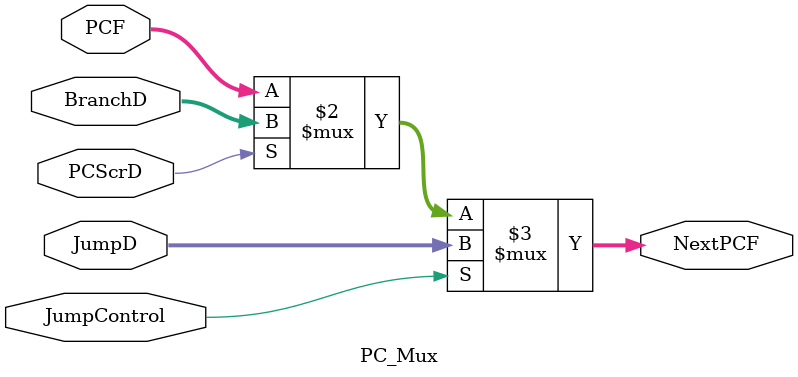
<source format=sv>
/*
	If jump is enabled, then move PC to JumpD adress, otherwise choose PCF if Branch is not enabled.
*/
module PC_Mux(input [31:0] PCF, input [31:0] BranchD, input [31:0] JumpD, input JumpControl, input PCScrD, output [31:0] NextPCF);
	always_comb NextPCF <= JumpControl ? JumpD : (PCScrD ? BranchD : PCF);
endmodule

</source>
